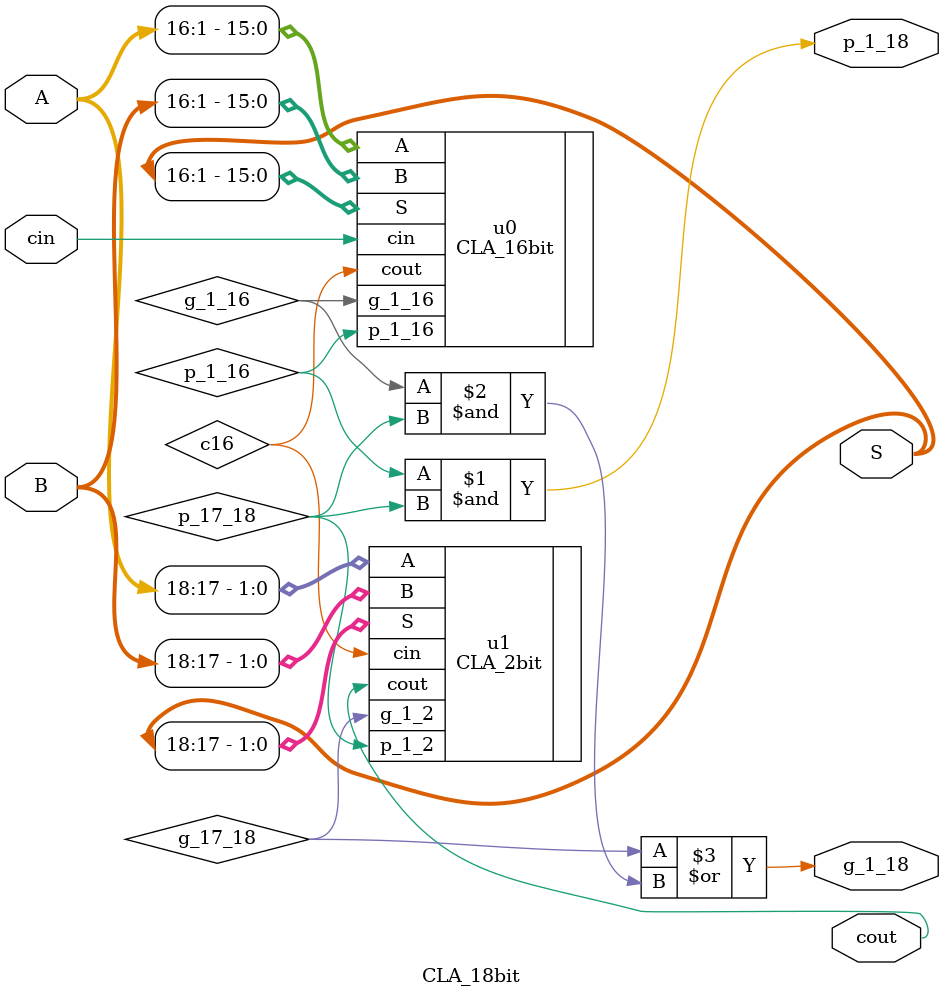
<source format=v>
module CLA_18bit #(
    parameter width=18
)(
    input wire [width:1] A,
    input wire [width:1] B,
    input wire cin,
    output wire [width:1] S,
    output wire cout,
    output wire p_1_18,
    output wire g_1_18
);

    wire c16;
    wire p_1_16, g_1_16;
    wire p_17_18, g_17_18;

    CLA_16bit #(.width(16)) u0 (
        .A(A[16:1]),
        .B(B[16:1]),
        .cin(cin),
        .S(S[16:1]),
        .cout(c16),
        .p_1_16(p_1_16),
        .g_1_16(g_1_16)
    );
    CLA_2bit #(.width(2)) u1 (
        .A(A[18:17]),
        .B(B[18:17]),
        .cin(c16),
        .S(S[18:17]),
        .cout(cout),
        .p_1_2(p_17_18),
        .g_1_2(g_17_18)
    );
    assign p_1_18 = p_1_16 & p_17_18;
    assign g_1_18 = g_17_18|(g_1_16&p_17_18);
endmodule

</source>
